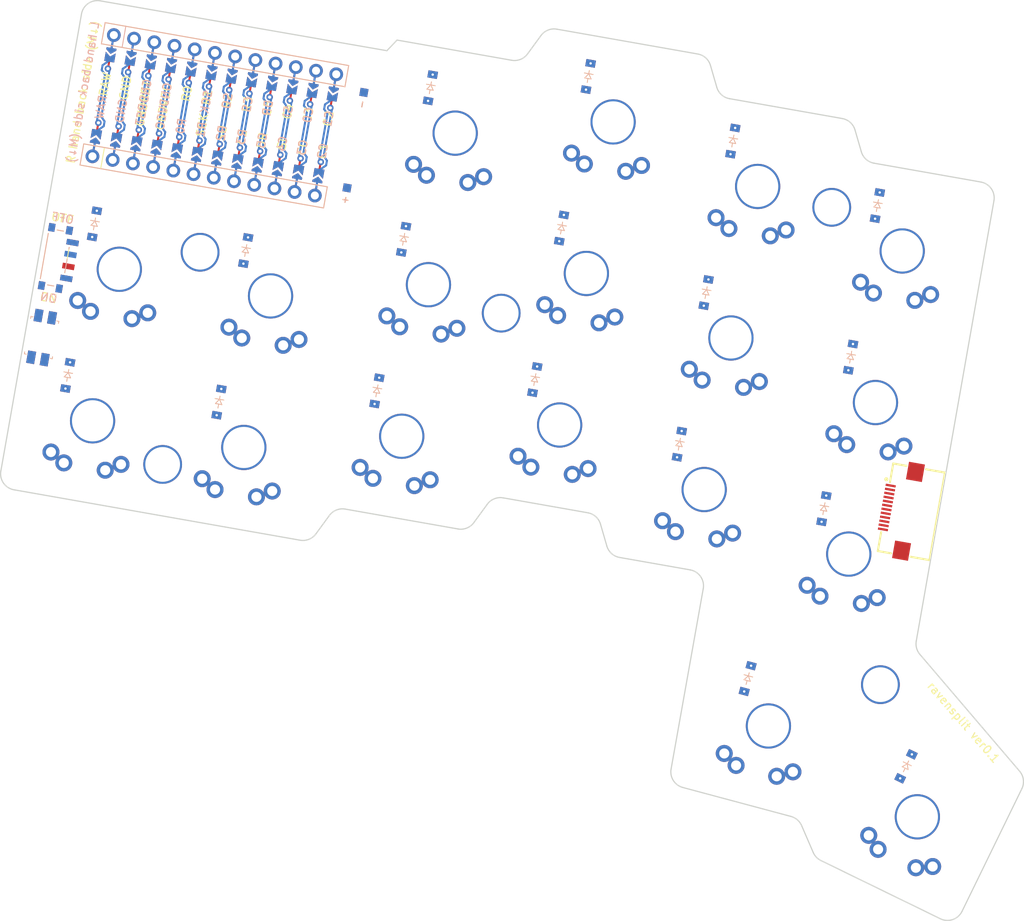
<source format=kicad_pcb>


(kicad_pcb
  (version 20240108)
  (generator "ergogen")
  (generator_version "4.1.0")
  (general
    (thickness 1.6)
    (legacy_teardrops no)
  )
  (paper "A3")
  (title_block
    (title "ravensplit-board")
    (date "2025-02-14")
    (rev "v1.0.0")
    (company "Unknown")
  )

  (layers
    (0 "F.Cu" signal)
    (31 "B.Cu" signal)
    (32 "B.Adhes" user "B.Adhesive")
    (33 "F.Adhes" user "F.Adhesive")
    (34 "B.Paste" user)
    (35 "F.Paste" user)
    (36 "B.SilkS" user "B.Silkscreen")
    (37 "F.SilkS" user "F.Silkscreen")
    (38 "B.Mask" user)
    (39 "F.Mask" user)
    (40 "Dwgs.User" user "User.Drawings")
    (41 "Cmts.User" user "User.Comments")
    (42 "Eco1.User" user "User.Eco1")
    (43 "Eco2.User" user "User.Eco2")
    (44 "Edge.Cuts" user)
    (45 "Margin" user)
    (46 "B.CrtYd" user "B.Courtyard")
    (47 "F.CrtYd" user "F.Courtyard")
    (48 "B.Fab" user)
    (49 "F.Fab" user)
  )

  (setup
    (pad_to_mask_clearance 0.05)
    (allow_soldermask_bridges_in_footprints no)
    (pcbplotparams
      (layerselection 0x00010fc_ffffffff)
      (plot_on_all_layers_selection 0x0000000_00000000)
      (disableapertmacros no)
      (usegerberextensions no)
      (usegerberattributes yes)
      (usegerberadvancedattributes yes)
      (creategerberjobfile yes)
      (dashed_line_dash_ratio 12.000000)
      (dashed_line_gap_ratio 3.000000)
      (svgprecision 4)
      (plotframeref no)
      (viasonmask no)
      (mode 1)
      (useauxorigin no)
      (hpglpennumber 1)
      (hpglpenspeed 20)
      (hpglpendiameter 15.000000)
      (pdf_front_fp_property_popups yes)
      (pdf_back_fp_property_popups yes)
      (dxfpolygonmode yes)
      (dxfimperialunits yes)
      (dxfusepcbnewfont yes)
      (psnegative no)
      (psa4output no)
      (plotreference yes)
      (plotvalue yes)
      (plotfptext yes)
      (plotinvisibletext no)
      (sketchpadsonfab no)
      (subtractmaskfromsilk no)
      (outputformat 1)
      (mirror no)
      (drillshape 1)
      (scaleselection 1)
      (outputdirectory "")
    )
  )

  (net 0 "")
(net 1 "outer_bottom")
(net 2 "C0")
(net 3 "GND")
(net 4 "outer_home")
(net 5 "pinky_bottom")
(net 6 "C1")
(net 7 "pinky_home")
(net 8 "ring_bottom")
(net 9 "C2")
(net 10 "ring_home")
(net 11 "ring_top")
(net 12 "middle_bottom")
(net 13 "C3")
(net 14 "middle_home")
(net 15 "middle_top")
(net 16 "index_bottom")
(net 17 "C4")
(net 18 "index_home")
(net 19 "index_top")
(net 20 "inner_bottom")
(net 21 "C5")
(net 22 "inner_home")
(net 23 "inner_top")
(net 24 "inner_thumb")
(net 25 "reachy_thumb")
(net 26 "R2")
(net 27 "R1")
(net 28 "R0")
(net 29 "R3")
(net 30 "RAW")
(net 31 "RST")
(net 32 "VCC")
(net 33 "SCK")
(net 34 "SO")
(net 35 "CS")
(net 36 "DR")
(net 37 "SI")
(net 38 "P101")
(net 39 "P102")
(net 40 "P107")
(net 41 "MCU1_24")
(net 42 "MCU1_1")
(net 43 "MCU1_23")
(net 44 "MCU1_2")
(net 45 "MCU1_22")
(net 46 "MCU1_3")
(net 47 "MCU1_21")
(net 48 "MCU1_4")
(net 49 "MCU1_20")
(net 50 "MCU1_5")
(net 51 "MCU1_19")
(net 52 "MCU1_6")
(net 53 "MCU1_18")
(net 54 "MCU1_7")
(net 55 "MCU1_17")
(net 56 "MCU1_8")
(net 57 "MCU1_16")
(net 58 "MCU1_9")
(net 59 "MCU1_15")
(net 60 "MCU1_10")
(net 61 "MCU1_14")
(net 62 "MCU1_11")
(net 63 "MCU1_13")
(net 64 "MCU1_12")
(net 65 "P6")
(net 66 "P7")
(net 67 "P8")
(net 68 "P9")
(net 69 "P10")
(net 70 "BAT_P")

  
  (footprint "ceoloide:switch_gateron_ks27_ks33" (layer "B.Cu") (at 81.1159575 115.8455931 -10))
    

  (footprint "ceoloide:switch_gateron_ks27_ks33" (layer "B.Cu") (at 84.4239553 97.0850054 -10))
    

  (footprint "ceoloide:switch_gateron_ks27_ks33" (layer "B.Cu") (at 99.8273048 119.1449084 -10))
    

  (footprint "ceoloide:switch_gateron_ks27_ks33" (layer "B.Cu") (at 103.1353026 100.3843207 -10))
    

  (footprint "ceoloide:switch_gateron_ks27_ks33" (layer "B.Cu") (at 119.3656516 117.7540769 -10))
    

  (footprint "ceoloide:switch_gateron_ks27_ks33" (layer "B.Cu") (at 122.6736494 98.9934892 -10))
    

  (footprint "ceoloide:switch_gateron_ks27_ks33" (layer "B.Cu") (at 125.9816472 80.2329015 -10))
    

  (footprint "ceoloide:switch_gateron_ks27_ks33" (layer "B.Cu") (at 138.9039983 116.3632453 -10))
    

  (footprint "ceoloide:switch_gateron_ks27_ks33" (layer "B.Cu") (at 142.2119961 97.6026577 -10))
    

  (footprint "ceoloide:switch_gateron_ks27_ks33" (layer "B.Cu") (at 145.5199939 78.84207 -10))
    

  (footprint "ceoloide:switch_gateron_ks27_ks33" (layer "B.Cu") (at 156.7883462 124.3527076 -10))
    

  (footprint "ceoloide:switch_gateron_ks27_ks33" (layer "B.Cu") (at 160.096344 105.59212 -10))
    

  (footprint "ceoloide:switch_gateron_ks27_ks33" (layer "B.Cu") (at 163.4043418 86.8315323 -10))
    

  (footprint "ceoloide:switch_gateron_ks27_ks33" (layer "B.Cu") (at 174.6726941 132.3421699 -10))
    

  (footprint "ceoloide:switch_gateron_ks27_ks33" (layer "B.Cu") (at 177.9806919 113.5815823 -10))
    

  (footprint "ceoloide:switch_gateron_ks27_ks33" (layer "B.Cu") (at 181.2886896 94.8209946 -10))
    

  (footprint "ceoloide:switch_gateron_ks27_ks33" (layer "B.Cu") (at 183.1631042 164.86616279999998 -26))
    

  (footprint "ceoloide:switch_gateron_ks27_ks33" (layer "B.Cu") (at 164.73600229999997 153.6215234 -15))
    

    (footprint "ceoloide:diode_tht_sod123" (layer "F.Cu") (at 78.04496739999999 110.2269616 -100))
        

    (footprint "ceoloide:diode_tht_sod123" (layer "F.Cu") (at 81.3529652 91.4663739 -100))
        

    (footprint "ceoloide:diode_tht_sod123" (layer "F.Cu") (at 96.75631469999999 113.5262769 -100))
        

    (footprint "ceoloide:diode_tht_sod123" (layer "F.Cu") (at 100.0643125 94.7656892 -100))
        

    (footprint "ceoloide:diode_tht_sod123" (layer "F.Cu") (at 116.2946615 112.1354454 -100))
        

    (footprint "ceoloide:diode_tht_sod123" (layer "F.Cu") (at 119.6026593 93.37485769999999 -100))
        

    (footprint "ceoloide:diode_tht_sod123" (layer "F.Cu") (at 122.9106571 74.61426999999999 -100))
        

    (footprint "ceoloide:diode_tht_sod123" (layer "F.Cu") (at 135.83300820000002 110.7446138 -100))
        

    (footprint "ceoloide:diode_tht_sod123" (layer "F.Cu") (at 139.141006 91.98402619999999 -100))
        

    (footprint "ceoloide:diode_tht_sod123" (layer "F.Cu") (at 142.4490038 73.2234385 -100))
        

    (footprint "ceoloide:diode_tht_sod123" (layer "F.Cu") (at 153.71735610000002 118.7340761 -100))
        

    (footprint "ceoloide:diode_tht_sod123" (layer "F.Cu") (at 157.0253539 99.97348849999999 -100))
        

    (footprint "ceoloide:diode_tht_sod123" (layer "F.Cu") (at 160.3333517 81.2129008 -100))
        

    (footprint "ceoloide:diode_tht_sod123" (layer "F.Cu") (at 171.601704 126.72353839999998 -100))
        

    (footprint "ceoloide:diode_tht_sod123" (layer "F.Cu") (at 174.90970180000002 107.96295079999999 -100))
        

    (footprint "ceoloide:diode_tht_sod123" (layer "F.Cu") (at 178.2176995 89.2023631 -100))
        

    (footprint "ceoloide:diode_tht_sod123" (layer "F.Cu") (at 181.75978369999999 158.61870799999997 -116))
        

    (footprint "ceoloide:diode_tht_sod123" (layer "F.Cu") (at 162.16639419999996 147.7566181 -105))
        

    
    
  (footprint "ceoloide:mcu_nice_nano" (layer "F.Cu") (at 94.9316623 77.8042313 80))

  
  
  (segment (start 83.2537739 70.8964424) (end 83.0150076 72.25055309999999) (width 0.25) (layer "F.Cu"))
  (segment (start 81.5954338 80.3013565) (end 81.8342 78.9472458) (width 0.25) (layer "F.Cu"))

  (segment (start 81.1014047 83.1031345) (end 81.4695389 81.0153421) (width 0.25) (layer "F.Cu"))
  (segment (start 81.1014047 83.1031345) (end 81.4695389 81.0153421) (width 0.25) (layer "B.Cu"))
  (segment (start 83.3796688 70.1824568) (end 83.747803 68.0946644) (width 0.25) (layer "F.Cu"))
  (segment (start 83.747803 68.0946644) (end 83.3796688 70.1824568) (width 0.25) (layer "B.Cu"))

  (segment (start 82.1988091 78.2039624) (end 83.2015743 72.51699789999999) (width 0.25) (layer "B.Cu"))
  (segment (start 81.5954338 80.3013565) (end 81.6561577 79.9569741) (width 0.25) (layer "B.Cu"))
  (segment (start 82.4960382 79.3688834) (end 82.6003331 78.77739799999999) (width 0.25) (layer "B.Cu"))
  (segment (start 81.6561577 79.9569741) (end 82.4960382 79.3688834) (width 0.25) (layer "B.Cu"))
  (segment (start 82.6003331 78.77739799999999) (end 82.1988091 78.2039624) (width 0.25) (layer "B.Cu"))

  (segment (start 83.2537739 70.8964424) (end 83.19305 71.2408248) (width 0.25) (layer "B.Cu"))
  (segment (start 82.6585102 73.00542109999999) (end 81.6557449 78.6923855) (width 0.25) (layer "B.Cu"))
  (segment (start 83.19305 71.2408248) (end 82.3531694 71.8289155) (width 0.25) (layer "B.Cu"))
  (segment (start 82.3531694 71.8289155) (end 82.2488746 72.4204008) (width 0.25) (layer "B.Cu"))
  (segment (start 82.2488746 72.4204008) (end 82.6585102 73.00542109999999) (width 0.25) (layer "B.Cu"))
        
  (segment (start 85.7551856 71.3375088) (end 85.5164193 72.6916195) (width 0.25) (layer "F.Cu"))
  (segment (start 84.0968455 80.7424228) (end 84.3356117 79.3883122) (width 0.25) (layer "F.Cu"))

  (segment (start 83.6028164 83.54420089999999) (end 83.9709506 81.4564085) (width 0.25) (layer "F.Cu"))
  (segment (start 83.6028164 83.54420089999999) (end 83.9709506 81.4564085) (width 0.25) (layer "B.Cu"))
  (segment (start 85.8810805 70.6235232) (end 86.2492146 68.5357307) (width 0.25) (layer "F.Cu"))
  (segment (start 86.2492146 68.5357307) (end 85.8810805 70.6235232) (width 0.25) (layer "B.Cu"))

  (segment (start 84.7002208 78.6450287) (end 85.702986 72.9580643) (width 0.25) (layer "B.Cu"))
  (segment (start 84.0968455 80.7424228) (end 84.1575694 80.3980405) (width 0.25) (layer "B.Cu"))
  (segment (start 84.99744989999999 79.8099498) (end 85.1017448 79.2184644) (width 0.25) (layer "B.Cu"))
  (segment (start 84.1575694 80.3980405) (end 84.99744989999999 79.8099498) (width 0.25) (layer "B.Cu"))
  (segment (start 85.1017448 79.2184644) (end 84.7002208 78.6450287) (width 0.25) (layer "B.Cu"))

  (segment (start 85.7551856 71.3375088) (end 85.6944617 71.6818911) (width 0.25) (layer "B.Cu"))
  (segment (start 85.1599219 73.4464875) (end 84.1571566 79.1334519) (width 0.25) (layer "B.Cu"))
  (segment (start 85.6944617 71.6818911) (end 84.8545811 72.2699818) (width 0.25) (layer "B.Cu"))
  (segment (start 84.8545811 72.2699818) (end 84.7502863 72.86146719999999) (width 0.25) (layer "B.Cu"))
  (segment (start 84.7502863 72.86146719999999) (end 85.1599219 73.4464875) (width 0.25) (layer "B.Cu"))
        
  (segment (start 88.2565973 71.77857519999999) (end 88.017831 73.1326858) (width 0.25) (layer "F.Cu"))
  (segment (start 86.5982572 81.1834892) (end 86.83702339999999 79.8293785) (width 0.25) (layer "F.Cu"))

  (segment (start 86.1042281 83.9852673) (end 86.47236219999999 81.8974748) (width 0.25) (layer "F.Cu"))
  (segment (start 86.1042281 83.9852673) (end 86.47236219999999 81.8974748) (width 0.25) (layer "B.Cu"))
  (segment (start 88.3824922 71.0645895) (end 88.7506263 68.9767971) (width 0.25) (layer "F.Cu"))
  (segment (start 88.7506263 68.9767971) (end 88.3824922 71.0645895) (width 0.25) (layer "B.Cu"))

  (segment (start 87.2016325 79.0860951) (end 88.2043977 73.3991307) (width 0.25) (layer "B.Cu"))
  (segment (start 86.5982572 81.1834892) (end 86.6589811 80.8391069) (width 0.25) (layer "B.Cu"))
  (segment (start 87.4988616 80.2510162) (end 87.6031565 79.6595308) (width 0.25) (layer "B.Cu"))
  (segment (start 86.6589811 80.8391069) (end 87.4988616 80.2510162) (width 0.25) (layer "B.Cu"))
  (segment (start 87.6031565 79.6595308) (end 87.2016325 79.0860951) (width 0.25) (layer "B.Cu"))

  (segment (start 88.2565973 71.77857519999999) (end 88.1958734 72.1229575) (width 0.25) (layer "B.Cu"))
  (segment (start 87.6613336 73.88755379999999) (end 86.6585683 79.5745182) (width 0.25) (layer "B.Cu"))
  (segment (start 88.1958734 72.1229575) (end 87.3559928 72.7110482) (width 0.25) (layer "B.Cu"))
  (segment (start 87.3559928 72.7110482) (end 87.251698 73.3025336) (width 0.25) (layer "B.Cu"))
  (segment (start 87.251698 73.3025336) (end 87.6613336 73.88755379999999) (width 0.25) (layer "B.Cu"))
        
  (segment (start 90.758009 72.2196415) (end 90.5192427 73.5737522) (width 0.25) (layer "F.Cu"))
  (segment (start 89.0996689 81.6245556) (end 89.3384351 80.2704449) (width 0.25) (layer "F.Cu"))

  (segment (start 88.6056398 84.42633359999999) (end 88.9737739 82.3385412) (width 0.25) (layer "F.Cu"))
  (segment (start 88.6056398 84.42633359999999) (end 88.9737739 82.3385412) (width 0.25) (layer "B.Cu"))
  (segment (start 90.88390389999999 71.5056559) (end 91.252038 69.4178635) (width 0.25) (layer "F.Cu"))
  (segment (start 91.252038 69.4178635) (end 90.88390389999999 71.5056559) (width 0.25) (layer "B.Cu"))

  (segment (start 89.7030442 79.52716149999999) (end 90.70580939999999 73.8401971) (width 0.25) (layer "B.Cu"))
  (segment (start 89.0996689 81.6245556) (end 89.1603928 81.2801732) (width 0.25) (layer "B.Cu"))
  (segment (start 90.0002733 80.6920825) (end 90.1045681 80.1005972) (width 0.25) (layer "B.Cu"))
  (segment (start 89.1603928 81.2801732) (end 90.0002733 80.6920825) (width 0.25) (layer "B.Cu"))
  (segment (start 90.1045681 80.1005972) (end 89.7030442 79.52716149999999) (width 0.25) (layer "B.Cu"))

  (segment (start 90.758009 72.2196415) (end 90.6972851 72.5640239) (width 0.25) (layer "B.Cu"))
  (segment (start 90.1627453 74.3286202) (end 89.15998 80.0155846) (width 0.25) (layer "B.Cu"))
  (segment (start 90.6972851 72.5640239) (end 89.8574045 73.1521146) (width 0.25) (layer "B.Cu"))
  (segment (start 89.8574045 73.1521146) (end 89.7531097 73.7436) (width 0.25) (layer "B.Cu"))
  (segment (start 89.7531097 73.7436) (end 90.1627453 74.3286202) (width 0.25) (layer "B.Cu"))
        
  (segment (start 93.25942069999999 72.66070789999999) (end 93.0206544 74.0148186) (width 0.25) (layer "F.Cu"))
  (segment (start 91.6010806 82.0656219) (end 91.8398468 80.7115113) (width 0.25) (layer "F.Cu"))

  (segment (start 91.1070515 84.8674) (end 91.4751856 82.77960759999999) (width 0.25) (layer "F.Cu"))
  (segment (start 91.1070515 84.8674) (end 91.4751856 82.77960759999999) (width 0.25) (layer "B.Cu"))
  (segment (start 93.3853156 71.9467223) (end 93.7534497 69.85892989999999) (width 0.25) (layer "F.Cu"))
  (segment (start 93.7534497 69.85892989999999) (end 93.3853156 71.9467223) (width 0.25) (layer "B.Cu"))

  (segment (start 92.2044559 79.9682278) (end 93.2072211 74.2812634) (width 0.25) (layer "B.Cu"))
  (segment (start 91.6010806 82.0656219) (end 91.6618045 81.7212396) (width 0.25) (layer "B.Cu"))
  (segment (start 92.501685 81.1331489) (end 92.6059798 80.5416635) (width 0.25) (layer "B.Cu"))
  (segment (start 91.6618045 81.7212396) (end 92.501685 81.1331489) (width 0.25) (layer "B.Cu"))
  (segment (start 92.6059798 80.5416635) (end 92.2044559 79.9682278) (width 0.25) (layer "B.Cu"))

  (segment (start 93.25942069999999 72.66070789999999) (end 93.1986968 73.00509029999999) (width 0.25) (layer "B.Cu"))
  (segment (start 92.664157 74.7696866) (end 91.6613917 80.456651) (width 0.25) (layer "B.Cu"))
  (segment (start 93.1986968 73.00509029999999) (end 92.35881619999999 73.5931809) (width 0.25) (layer "B.Cu"))
  (segment (start 92.35881619999999 73.5931809) (end 92.2545214 74.1846663) (width 0.25) (layer "B.Cu"))
  (segment (start 92.2545214 74.1846663) (end 92.664157 74.7696866) (width 0.25) (layer "B.Cu"))
        
  (segment (start 95.7608323 73.1017743) (end 95.5220661 74.4558849) (width 0.25) (layer "F.Cu"))
  (segment (start 94.1024923 82.5066883) (end 94.3412585 81.1525777) (width 0.25) (layer "F.Cu"))

  (segment (start 93.6084632 85.3084664) (end 93.9765973 83.2206739) (width 0.25) (layer "F.Cu"))
  (segment (start 93.6084632 85.3084664) (end 93.9765973 83.2206739) (width 0.25) (layer "B.Cu"))
  (segment (start 95.8867273 72.3877887) (end 96.2548614 70.2999962) (width 0.25) (layer "F.Cu"))
  (segment (start 96.2548614 70.2999962) (end 95.8867273 72.3877887) (width 0.25) (layer "B.Cu"))

  (segment (start 94.7058675 80.4092942) (end 95.7086328 74.7223298) (width 0.25) (layer "B.Cu"))
  (segment (start 94.1024923 82.5066883) (end 94.1632162 82.162306) (width 0.25) (layer "B.Cu"))
  (segment (start 95.0030967 81.57421529999999) (end 95.1073915 80.9827299) (width 0.25) (layer "B.Cu"))
  (segment (start 94.1632162 82.162306) (end 95.0030967 81.57421529999999) (width 0.25) (layer "B.Cu"))
  (segment (start 95.1073915 80.9827299) (end 94.7058675 80.4092942) (width 0.25) (layer "B.Cu"))

  (segment (start 95.7608323 73.1017743) (end 95.7001084 73.4461566) (width 0.25) (layer "B.Cu"))
  (segment (start 95.1655687 75.2107529) (end 94.1628034 80.8977174) (width 0.25) (layer "B.Cu"))
  (segment (start 95.7001084 73.4461566) (end 94.8602279 74.0342473) (width 0.25) (layer "B.Cu"))
  (segment (start 94.8602279 74.0342473) (end 94.7559331 74.6257327) (width 0.25) (layer "B.Cu"))
  (segment (start 94.7559331 74.6257327) (end 95.1655687 75.2107529) (width 0.25) (layer "B.Cu"))
        
  (segment (start 98.262244 73.5428407) (end 98.0234778 74.8969513) (width 0.25) (layer "F.Cu"))
  (segment (start 96.6039039 82.9477547) (end 96.8426702 81.593644) (width 0.25) (layer "F.Cu"))

  (segment (start 96.1098749 85.7495327) (end 96.478009 83.66174029999999) (width 0.25) (layer "F.Cu"))
  (segment (start 96.1098749 85.7495327) (end 96.478009 83.66174029999999) (width 0.25) (layer "B.Cu"))
  (segment (start 98.388139 72.828855) (end 98.7562731 70.74106259999999) (width 0.25) (layer "F.Cu"))
  (segment (start 98.7562731 70.74106259999999) (end 98.388139 72.828855) (width 0.25) (layer "B.Cu"))

  (segment (start 97.2072792 80.8503606) (end 98.2100445 75.1633962) (width 0.25) (layer "B.Cu"))
  (segment (start 96.6039039 82.9477547) (end 96.6646278 82.6033723) (width 0.25) (layer "B.Cu"))
  (segment (start 97.5045084 82.0152817) (end 97.6088032 81.42379629999999) (width 0.25) (layer "B.Cu"))
  (segment (start 96.6646278 82.6033723) (end 97.5045084 82.0152817) (width 0.25) (layer "B.Cu"))
  (segment (start 97.6088032 81.42379629999999) (end 97.2072792 80.8503606) (width 0.25) (layer "B.Cu"))

  (segment (start 98.262244 73.5428407) (end 98.2015201 73.88722299999999) (width 0.25) (layer "B.Cu"))
  (segment (start 97.6669803 75.6518193) (end 96.66421509999999 81.3387837) (width 0.25) (layer "B.Cu"))
  (segment (start 98.2015201 73.88722299999999) (end 97.3616396 74.4753137) (width 0.25) (layer "B.Cu"))
  (segment (start 97.3616396 74.4753137) (end 97.2573448 75.0667991) (width 0.25) (layer "B.Cu"))
  (segment (start 97.2573448 75.0667991) (end 97.6669803 75.6518193) (width 0.25) (layer "B.Cu"))
        
  (segment (start 100.7636557 73.983907) (end 100.5248895 75.3380177) (width 0.25) (layer "F.Cu"))
  (segment (start 99.1053156 83.3888211) (end 99.34408189999999 82.0347104) (width 0.25) (layer "F.Cu"))

  (segment (start 98.6112866 86.1905991) (end 98.9794207 84.1028067) (width 0.25) (layer "F.Cu"))
  (segment (start 98.6112866 86.1905991) (end 98.9794207 84.1028067) (width 0.25) (layer "B.Cu"))
  (segment (start 100.8895507 73.2699214) (end 101.25768479999999 71.182129) (width 0.25) (layer "F.Cu"))
  (segment (start 101.25768479999999 71.182129) (end 100.8895507 73.2699214) (width 0.25) (layer "B.Cu"))

  (segment (start 99.7086909 81.291427) (end 100.7114562 75.6044625) (width 0.25) (layer "B.Cu"))
  (segment (start 99.1053156 83.3888211) (end 99.1660395 83.0444387) (width 0.25) (layer "B.Cu"))
  (segment (start 100.0059201 82.45634799999999) (end 100.1102149 81.8648626) (width 0.25) (layer "B.Cu"))
  (segment (start 99.1660395 83.0444387) (end 100.0059201 82.45634799999999) (width 0.25) (layer "B.Cu"))
  (segment (start 100.1102149 81.8648626) (end 99.7086909 81.291427) (width 0.25) (layer "B.Cu"))

  (segment (start 100.7636557 73.983907) (end 100.7029318 74.3282894) (width 0.25) (layer "B.Cu"))
  (segment (start 100.168392 76.0928857) (end 99.1656268 81.7798501) (width 0.25) (layer "B.Cu"))
  (segment (start 100.7029318 74.3282894) (end 99.8630513 74.9163801) (width 0.25) (layer "B.Cu"))
  (segment (start 99.8630513 74.9163801) (end 99.7587565 75.5078654) (width 0.25) (layer "B.Cu"))
  (segment (start 99.7587565 75.5078654) (end 100.168392 76.0928857) (width 0.25) (layer "B.Cu"))
        
  (segment (start 103.26506739999999 74.4249734) (end 103.0263012 75.77908409999999) (width 0.25) (layer "F.Cu"))
  (segment (start 101.6067273 83.8298874) (end 101.8454936 82.47577679999999) (width 0.25) (layer "F.Cu"))

  (segment (start 101.1126983 86.6316655) (end 101.4808324 84.5438731) (width 0.25) (layer "F.Cu"))
  (segment (start 101.1126983 86.6316655) (end 101.4808324 84.5438731) (width 0.25) (layer "B.Cu"))
  (segment (start 103.3909624 73.7109878) (end 103.7590965 71.62319529999999) (width 0.25) (layer "F.Cu"))
  (segment (start 103.7590965 71.62319529999999) (end 103.3909624 73.7109878) (width 0.25) (layer "B.Cu"))

  (segment (start 102.2101026 81.7324933) (end 103.21286789999999 76.0455289) (width 0.25) (layer "B.Cu"))
  (segment (start 101.6067273 83.8298874) (end 101.6674512 83.4855051) (width 0.25) (layer "B.Cu"))
  (segment (start 102.5073318 82.8974144) (end 102.6116266 82.30592899999999) (width 0.25) (layer "B.Cu"))
  (segment (start 101.6674512 83.4855051) (end 102.5073318 82.8974144) (width 0.25) (layer "B.Cu"))
  (segment (start 102.6116266 82.30592899999999) (end 102.2101026 81.7324933) (width 0.25) (layer "B.Cu"))

  (segment (start 103.26506739999999 74.4249734) (end 103.2043435 74.76935569999999) (width 0.25) (layer "B.Cu"))
  (segment (start 102.6698037 76.5339521) (end 101.6670385 82.2209165) (width 0.25) (layer "B.Cu"))
  (segment (start 103.2043435 74.76935569999999) (end 102.364463 75.3574464) (width 0.25) (layer "B.Cu"))
  (segment (start 102.364463 75.3574464) (end 102.2601681 75.9489318) (width 0.25) (layer "B.Cu"))
  (segment (start 102.2601681 75.9489318) (end 102.6698037 76.5339521) (width 0.25) (layer "B.Cu"))
        
  (segment (start 105.7664791 74.8660398) (end 105.5277129 76.2201504) (width 0.25) (layer "F.Cu"))
  (segment (start 104.108139 84.2709538) (end 104.3469053 82.9168431) (width 0.25) (layer "F.Cu"))

  (segment (start 103.61411 87.0727319) (end 103.9822441 84.9849394) (width 0.25) (layer "F.Cu"))
  (segment (start 103.61411 87.0727319) (end 103.9822441 84.9849394) (width 0.25) (layer "B.Cu"))
  (segment (start 105.892374 74.1520541) (end 106.2605082 72.0642617) (width 0.25) (layer "F.Cu"))
  (segment (start 106.2605082 72.0642617) (end 105.892374 74.1520541) (width 0.25) (layer "B.Cu"))

  (segment (start 104.7115143 82.1735597) (end 105.7142796 76.4865953) (width 0.25) (layer "B.Cu"))
  (segment (start 104.108139 84.2709538) (end 104.1688629 83.9265715) (width 0.25) (layer "B.Cu"))
  (segment (start 105.0087435 83.3384808) (end 105.1130383 82.7469954) (width 0.25) (layer "B.Cu"))
  (segment (start 104.1688629 83.9265715) (end 105.0087435 83.3384808) (width 0.25) (layer "B.Cu"))
  (segment (start 105.1130383 82.7469954) (end 104.7115143 82.1735597) (width 0.25) (layer "B.Cu"))

  (segment (start 105.7664791 74.8660398) (end 105.7057552 75.2104221) (width 0.25) (layer "B.Cu"))
  (segment (start 105.1712154 76.9750184) (end 104.1684502 82.6619828) (width 0.25) (layer "B.Cu"))
  (segment (start 105.7057552 75.2104221) (end 104.8658747 75.7985128) (width 0.25) (layer "B.Cu"))
  (segment (start 104.8658747 75.7985128) (end 104.76157979999999 76.3899982) (width 0.25) (layer "B.Cu"))
  (segment (start 104.76157979999999 76.3899982) (end 105.1712154 76.9750184) (width 0.25) (layer "B.Cu"))
        
  (segment (start 108.2678908 75.3071061) (end 108.0291246 76.66121679999999) (width 0.25) (layer "F.Cu"))
  (segment (start 106.6095507 84.7120202) (end 106.848317 83.3579095) (width 0.25) (layer "F.Cu"))

  (segment (start 106.1155216 87.5137982) (end 106.4836558 85.4260058) (width 0.25) (layer "F.Cu"))
  (segment (start 106.1155216 87.5137982) (end 106.4836558 85.4260058) (width 0.25) (layer "B.Cu"))
  (segment (start 108.3937857 74.5931205) (end 108.7619199 72.5053281) (width 0.25) (layer "F.Cu"))
  (segment (start 108.7619199 72.5053281) (end 108.3937857 74.5931205) (width 0.25) (layer "B.Cu"))

  (segment (start 107.212926 82.6146261) (end 108.2156913 76.9276617) (width 0.25) (layer "B.Cu"))
  (segment (start 106.6095507 84.7120202) (end 106.6702746 84.3676378) (width 0.25) (layer "B.Cu"))
  (segment (start 107.5101552 83.7795471) (end 107.61445 83.1880618) (width 0.25) (layer "B.Cu"))
  (segment (start 106.6702746 84.3676378) (end 107.5101552 83.7795471) (width 0.25) (layer "B.Cu"))
  (segment (start 107.61445 83.1880618) (end 107.212926 82.6146261) (width 0.25) (layer "B.Cu"))

  (segment (start 108.2678908 75.3071061) (end 108.2071669 75.6514885) (width 0.25) (layer "B.Cu"))
  (segment (start 107.6726271 77.4160848) (end 106.6698619 83.1030492) (width 0.25) (layer "B.Cu"))
  (segment (start 108.2071669 75.6514885) (end 107.3672864 76.2395792) (width 0.25) (layer "B.Cu"))
  (segment (start 107.3672864 76.2395792) (end 107.2629915 76.8310646) (width 0.25) (layer "B.Cu"))
  (segment (start 107.2629915 76.8310646) (end 107.6726271 77.4160848) (width 0.25) (layer "B.Cu"))
        
  (segment (start 110.7693025 75.7481725) (end 110.5305363 77.1022832) (width 0.25) (layer "F.Cu"))
  (segment (start 109.1109624 85.1530865) (end 109.3497287 83.7989759) (width 0.25) (layer "F.Cu"))

  (segment (start 108.6169333 87.9548646) (end 108.9850675 85.8670722) (width 0.25) (layer "F.Cu"))
  (segment (start 108.6169333 87.9548646) (end 108.9850675 85.8670722) (width 0.25) (layer "B.Cu"))
  (segment (start 110.8951974 75.0341869) (end 111.2633316 72.9463944) (width 0.25) (layer "F.Cu"))
  (segment (start 111.2633316 72.9463944) (end 110.8951974 75.0341869) (width 0.25) (layer "B.Cu"))

  (segment (start 109.7143377 83.0556924) (end 110.717103 77.368728) (width 0.25) (layer "B.Cu"))
  (segment (start 109.1109624 85.1530865) (end 109.1716863 84.8087042) (width 0.25) (layer "B.Cu"))
  (segment (start 110.0115669 84.2206135) (end 110.1158617 83.6291281) (width 0.25) (layer "B.Cu"))
  (segment (start 109.1716863 84.8087042) (end 110.0115669 84.2206135) (width 0.25) (layer "B.Cu"))
  (segment (start 110.1158617 83.6291281) (end 109.7143377 83.0556924) (width 0.25) (layer "B.Cu"))

  (segment (start 110.7693025 75.7481725) (end 110.7085786 76.0925549) (width 0.25) (layer "B.Cu"))
  (segment (start 110.1740388 77.8571512) (end 109.1712735 83.5441156) (width 0.25) (layer "B.Cu"))
  (segment (start 110.7085786 76.0925549) (end 109.8686981 76.6806455) (width 0.25) (layer "B.Cu"))
  (segment (start 109.8686981 76.6806455) (end 109.7644032 77.2721309) (width 0.25) (layer "B.Cu"))
  (segment (start 109.7644032 77.2721309) (end 110.1740388 77.8571512) (width 0.25) (layer "B.Cu"))
        
    

    (module FPC-SMD_FPC05012-09200 (layer F.Cu) (tedit 65F1514D)
      (descr "FearlessSpiff:12 Position FFC 0.5mm, FPC Connector")
      (at 180.725446 126.80916039999998 80)
      (attr smd)
      (fp_text reference FFC1 (at -6.575 -4.585 0) (layer F.SilkS) hide
        (effects (font (size 1.0 1.0) (thickness 0.15)))
      )
  (fp_line (start -5.5 -1.524) (end -3.131 -1.524)(stroke (width 0.254) (type default)) (layer "F.SilkS"))
  (fp_line (start -5.5 0.137) (end -5.5 -1.524)(stroke (width 0.254) (type default)) (layer "F.SilkS"))
  (fp_line (start -5.5 4.9705) (end -5.5 2.588)(stroke (width 0.254) (type default)) (layer "F.SilkS"))
  (fp_line (start 5.5 -1.524) (end 3.131 -1.524)(stroke (width 0.254) (type default)) (layer "F.SilkS"))
  (fp_line (start 5.5 0.137) (end 5.5 -1.524)(stroke (width 0.254) (type default)) (layer "F.SilkS"))
  (fp_line (start 5.5 4.9705) (end -5.5 4.9705)(stroke (width 0.254) (type default)) (layer "F.SilkS"))
  (fp_line (start 5.5 4.9705) (end 5.5 2.588)(stroke (width 0.254) (type default)) (layer "F.SilkS"))
  (fp_circle (center 3.429 -2.032) (end 3.302 -2.032)(stroke (width 0.254) (type default)) (fill none) (layer "F.SilkS"))
  (pad "S2" smd rect (at 4.95 1.3625 80) (size 2.2 2) (layers "F.Cu" "F.Paste" "F.Mask"))
  (pad "12" smd rect (at -2.75 -1.3625 80) (size 0.28 1.25) (layers "F.Cu" "F.Paste" "F.Mask") (net 32 "VCC"))
  (pad "11" smd rect (at -2.25 -1.3625 80) (size 0.28 1.25) (layers "F.Cu" "F.Paste" "F.Mask") (net 3 "GND"))
  (pad "10" smd rect (at -1.75 -1.3625 80) (size 0.28 1.25) (layers "F.Cu" "F.Paste" "F.Mask") (net 69 "P10"))
  (pad "9" smd rect (at -1.25 -1.3625 80) (size 0.28 1.25) (layers "F.Cu" "F.Paste" "F.Mask") (net 68 "P9"))
  (pad "8" smd rect (at -0.75 -1.3625 80) (size 0.28 1.25) (layers "F.Cu" "F.Paste" "F.Mask") (net 67 "P8"))
  (pad "7" smd rect (at -0.25 -1.3625 80) (size 0.28 1.25) (layers "F.Cu" "F.Paste" "F.Mask") (net 66 "P7"))
  (pad "6" smd rect (at 0.25 -1.3625 80) (size 0.28 1.25) (layers "F.Cu" "F.Paste" "F.Mask") (net 65 "P6"))
  (pad "5" smd rect (at 0.75 -1.3625 80) (size 0.28 1.25) (layers "F.Cu" "F.Paste" "F.Mask") (net 37 "SI"))
  (pad "4" smd rect (at 1.25 -1.3625 80) (size 0.28 1.25) (layers "F.Cu" "F.Paste" "F.Mask") (net 36 "DR"))
  (pad "3" smd rect (at 1.75 -1.3625 80) (size 0.28 1.25) (layers "F.Cu" "F.Paste" "F.Mask") (net 35 "CS"))
  (pad "2" smd rect (at 2.25 -1.3625 80) (size 0.28 1.25) (layers "F.Cu" "F.Paste" "F.Mask") (net 34 "SO"))
  (pad "1" smd rect (at 2.75 -1.3625 80) (size 0.28 1.25) (layers "F.Cu" "F.Paste" "F.Mask") (net 33 "SCK"))
  (pad "S1" smd rect (at -4.95 1.3625 80) (size 2.2 2) (layers "F.Cu" "F.Paste" "F.Mask"))
  )
    

  (footprint "ceoloide:power_switch_smd_side" (layer "F.Cu") (at 76.5454933 95.69582 170))
    

  (footprint "ceoloide:reset_switch_smd_side" (layer "F.Cu") (at 74.8090115 105.5438975 80))
    

  
      (module SMDPad (layer F.Cu) (tedit 5B24D78E)

          (at 112.60112050000001 87.01239319999999 80)

          
          (fp_text reference "PAD1" (at 0 0) (layer F.SilkS) hide (effects (font (size 1.27 1.27) (thickness 0.15))))
          (fp_text value "" (at 0 0) (layer F.SilkS) hide (effects (font (size 1.27 1.27) (thickness 0.15))))
          
          
          (pad 1 smd rect (at 0 0 80) (size 1 1) (layers F.Cu F.Paste F.Mask) (net 70 "BAT_P"))
(fp_text user + (at -1.5 0 80) (layer F.SilkS) (effects (font (size 0.8 0.8) (thickness 0.15)) ))
          (pad 1 smd rect (at 0 0 80) (size 1 1) (layers B.Cu B.Paste B.Mask) (net 70 "BAT_P"))
(fp_text user + (at -1.5 0 80) (layer B.SilkS) (effects (font (size 0.8 0.8) (thickness 0.15)) (justify mirror)))
          
      )
  
      

  
      (module SMDPad (layer F.Cu) (tedit 5B24D78E)

          (at 114.68489869999999 75.1947002 80)

          
          (fp_text reference "PAD2" (at 0 0) (layer F.SilkS) hide (effects (font (size 1.27 1.27) (thickness 0.15))))
          (fp_text value "" (at 0 0) (layer F.SilkS) hide (effects (font (size 1.27 1.27) (thickness 0.15))))
          
          
          (pad 1 smd rect (at 0 0 80) (size 1 1) (layers F.Cu F.Paste F.Mask) (net 3 "GND"))
(fp_text user - (at -1.5 0 80) (layer F.SilkS) (effects (font (size 0.8 0.8) (thickness 0.15)) ))
          (pad 1 smd rect (at 0 0 80) (size 1 1) (layers B.Cu B.Paste B.Mask) (net 3 "GND"))
(fp_text user - (at -1.5 0 80) (layer B.SilkS) (effects (font (size 0.8 0.8) (thickness 0.15)) (justify mirror)))
          
      )
  
      

  (footprint "ceoloide:mounting_hole_npth" (layer "F.Cu") (at 172.5699953 89.4148782 -10))
  

  (footprint "ceoloide:mounting_hole_npth" (layer "F.Cu") (at 178.5925016 148.5084393 -10))
  

  (footprint "ceoloide:mounting_hole_npth" (layer "F.Cu") (at 131.673903 102.51486449999999 -10))
  

  (footprint "ceoloide:mounting_hole_npth" (layer "F.Cu") (at 94.41660830000001 94.9782043 -10))
  

  (footprint "ceoloide:mounting_hole_npth" (layer "F.Cu") (at 89.78541139999999 121.24302700000001 -10))
  

  (gr_text "ravensplit ver0.1"
    (at 188.8619291 153.18184019999998 -49)
    (layer "F.SilkS" )
    (effects
      (font 
        (size 1 1)
        (thickness 0.15)
        
        
      )
      
    )
  )
      
  (gr_line (start 69.76690355955459 122.06585027558367) (end 79.74469433166178 65.47898702909117) (layer Edge.Cuts) (stroke (width 0.15) (type default)))
(gr_line (start 82.05716203467716 63.855889411990226) (end 117.52878869999999 70.0280179) (layer Edge.Cuts) (stroke (width 0.15) (type default)))
(gr_line (start 117.52878869999999 70.0280179) (end 118.7860857 68.7118751) (layer Edge.Cuts) (stroke (width 0.15) (type default)))
(gr_line (start 118.7860857 68.7118751) (end 132.97131492468728 71.21311375683935) (layer Edge.Cuts) (stroke (width 0.15) (type default)))
(gr_line (start 134.93306410758632 70.423982053824) (end 136.59496560715436 68.15113292601637) (layer Edge.Cuts) (stroke (width 0.15) (type default)))
(gr_line (start 138.55671478703798 67.36200124010203) (end 155.9897507112082 70.43591577722144) (layer Edge.Cuts) (stroke (width 0.15) (type default)))
(gr_line (start 157.56329293132453 71.84841466313571) (end 158.34760946852066 74.55259823633048) (layer Edge.Cuts) (stroke (width 0.15) (type default)))
(gr_line (start 159.921151688637 75.96509712224471) (end 173.87409851180445 78.42537806020044) (layer Edge.Cuts) (stroke (width 0.15) (type default)))
(gr_line (start 175.44764079740807 79.83787692712099) (end 176.23195730259198 82.54206057287911) (layer Edge.Cuts) (stroke (width 0.15) (type default)))
(gr_line (start 177.80549958819557 83.95455943979958) (end 191.01542442203095 86.28382555629834) (layer Edge.Cuts) (stroke (width 0.15) (type default)))
(gr_line (start 192.63774354516264 88.60073742511167) (end 183.02623391039577 143.11031788202104) (layer Edge.Cuts) (stroke (width 0.15) (type default)))
(gr_line (start 183.47425141341105 144.75558946492006) (end 195.81336444725252 159.2205580434196) (layer Edge.Cuts) (stroke (width 0.15) (type default)))
(gr_line (start 196.08935456743603 161.39527550203707) (end 188.68850632041105 176.5692630567786) (layer Edge.Cuts) (stroke (width 0.15) (type default)))
(gr_line (start 186.01417594161 177.49010891834473) (end 171.2358769306594 170.28225084798726) (layer Edge.Cuts) (stroke (width 0.15) (type default)))
(gr_line (start 170.27629818927687 169.27708012780366) (end 168.84551117691615 165.96142319463755) (layer Edge.Cuts) (stroke (width 0.15) (type default)))
(gr_line (start 167.52682820861486 164.82198887633623) (end 154.14379707624337 161.23601650358006) (layer Edge.Cuts) (stroke (width 0.15) (type default)))
(gr_line (start 152.69245070794207 158.95330798527868) (end 156.67223797894025 136.61901427556234) (layer Edge.Cuts) (stroke (width 0.15) (type default)))
(gr_line (start 155.05054995882384 134.29854198964813) (end 146.31858938690647 132.75886181627808) (layer Edge.Cuts) (stroke (width 0.15) (type default)))
(gr_line (start 144.74504716679007 131.34636293036368) (end 143.96073063471826 128.6421793748367) (layer Edge.Cuts) (stroke (width 0.15) (type default)))
(gr_line (start 142.3871884176172 127.22968047182131) (end 131.91433067818454 125.38303306270383) (layer Edge.Cuts) (stroke (width 0.15) (type default)))
(gr_line (start 129.9525814301241 126.1721647180733) (end 128.2906798693068 128.44501398270504) (layer Edge.Cuts) (stroke (width 0.15) (type default)))
(gr_line (start 126.32893062124637 129.23414563807447) (end 112.37598385418201 126.77386463996021) (layer Edge.Cuts) (stroke (width 0.15) (type default)))
(gr_line (start 110.41423467128297 127.56299634297562) (end 108.75233311325282 129.8358454781735) (layer Edge.Cuts) (stroke (width 0.15) (type default)))
(gr_line (start 106.79058393336919 130.62497716408785) (end 71.38922268268632 124.38276214439702) (layer Edge.Cuts) (stroke (width 0.15) (type default)))
(gr_arc (start 82.05716203467716 63.85588941199018) (mid 80.56530973467717 64.18927431199018) (end 79.74469433467716 65.47898701199017) (layer Edge.Cuts) (stroke (width 0.15) (type default)))
(gr_arc (start 132.97131490758628 71.21311375382398) (mid 134.06500500758628 71.09900265382397) (end 134.9330641075863 70.42398205382398) (layer Edge.Cuts) (stroke (width 0.15) (type default)))
(gr_arc (start 138.55671480715438 67.36200122601639) (mid 137.46302470715437 67.47611232601639) (end 136.59496560715436 68.15113292601639) (layer Edge.Cuts) (stroke (width 0.15) (type default)))
(gr_arc (start 157.56329293132455 71.8484146631358) (mid 156.97845483132457 70.9172092631358) (end 155.98975073132456 70.4359157631358) (layer Edge.Cuts) (stroke (width 0.15) (type default)))
(gr_arc (start 158.3476094685206 74.5525982363304) (mid 158.9324475685206 75.48380363633039) (end 159.9211516685206 75.9650971363304) (layer Edge.Cuts) (stroke (width 0.15) (type default)))
(gr_arc (start 175.4476407319208 79.8378769461148) (mid 174.86280263192083 78.90667154611481) (end 173.87409853192082 78.4253780461148) (layer Edge.Cuts) (stroke (width 0.15) (type default)))
(gr_arc (start 176.2319573680792 82.54206055388525) (mid 176.8167954680792 83.47326595388525) (end 177.8054995680792 83.95455945388525) (layer Edge.Cuts) (stroke (width 0.15) (type default)))
(gr_arc (start 192.6377435421473 88.6007374422127) (mid 192.3064321421473 87.1062882422127) (end 191.0154244421473 86.2838255422127) (layer Edge.Cuts) (stroke (width 0.15) (type default)))
(gr_arc (start 183.02623391341115 143.11031786492003) (mid 183.06611561341114 143.98309256492004) (end 183.47425141341114 144.75558946492004) (layer Edge.Cuts) (stroke (width 0.15) (type default)))
(gr_arc (start 196.0893545472525 161.39527554341956) (mid 196.2758526472525 160.26673584341958) (end 195.8133644472525 159.22055804341957) (layer Edge.Cuts) (stroke (width 0.15) (type default)))
(gr_arc (start 186.01417590022749 177.49010889816114) (mid 187.54205450022747 177.58355799816113) (end 188.6885063002275 176.56926309816112) (layer Edge.Cuts) (stroke (width 0.15) (type default)))
(gr_arc (start 170.2762981892769 169.27708012780369) (mid 170.6659781892769 169.86568772780367) (end 171.2358768892769 170.2822508278037) (layer Edge.Cuts) (stroke (width 0.15) (type default)))
(gr_arc (start 168.84551117691615 165.96142319463755) (mid 168.31680567691615 165.24051919463756) (end 167.52682817691615 164.82198889463754) (layer Edge.Cuts) (stroke (width 0.15) (type default)))
(gr_arc (start 152.69245070794207 158.95330798527877) (mid 152.97368150794208 160.37723878527876) (end 154.14379710794208 161.23601648527878) (layer Edge.Cuts) (stroke (width 0.15) (type default)))
(gr_arc (start 156.67223797894022 136.61901427556248) (mid 156.3425940789402 135.12248607556248) (end 155.0505499789402 134.29854197556247) (layer Edge.Cuts) (stroke (width 0.15) (type default)))
(gr_arc (start 144.74504716679007 131.3463629303637) (mid 145.32988526679006 132.27756833036372) (end 146.31858936679006 132.7588618303637) (layer Edge.Cuts) (stroke (width 0.15) (type default)))
(gr_arc (start 143.96073063471823 128.64217937483667) (mid 143.37589253471825 127.71097397483668) (end 142.38718843471824 127.22968047483667) (layer Edge.Cuts) (stroke (width 0.15) (type default)))
(gr_arc (start 131.91433069528557 125.38303306571919) (mid 130.82064059528557 125.49714416571919) (end 129.95258149528556 126.17216476571919) (layer Edge.Cuts) (stroke (width 0.15) (type default)))
(gr_arc (start 126.32893060414537 129.23414563505912) (mid 127.42262070414537 129.12003453505912) (end 128.29067980414538 128.4450139350591) (layer Edge.Cuts) (stroke (width 0.15) (type default)))
(gr_arc (start 112.375983871283 126.77386464297558) (mid 111.282293771283 126.88797574297558) (end 110.414234671283 127.56299634297558) (layer Edge.Cuts) (stroke (width 0.15) (type default)))
(gr_arc (start 106.79058391325282 130.62497717817348) (mid 107.88427401325282 130.51086607817348) (end 108.75233311325282 129.83584547817347) (layer Edge.Cuts) (stroke (width 0.15) (type default)))
(gr_arc (start 69.76690356256995 122.06585025848264) (mid 70.09821496256995 123.56029945848265) (end 71.38922266256995 124.38276215848265) (layer Edge.Cuts) (stroke (width 0.15) (type default)))

)


</source>
